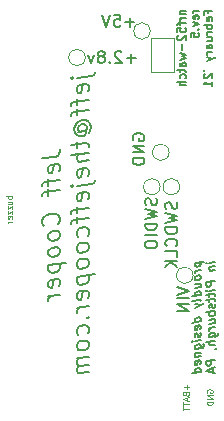
<source format=gbr>
%TF.GenerationSoftware,KiCad,Pcbnew,(5.99.0-8775-g06a515339c)*%
%TF.CreationDate,2021-02-12T19:12:04-05:00*%
%TF.ProjectId,mk2,6d6b322e-6b69-4636-9164-5f7063625858,rev?*%
%TF.SameCoordinates,Original*%
%TF.FileFunction,Legend,Bot*%
%TF.FilePolarity,Positive*%
%FSLAX46Y46*%
G04 Gerber Fmt 4.6, Leading zero omitted, Abs format (unit mm)*
G04 Created by KiCad (PCBNEW (5.99.0-8775-g06a515339c)) date 2021-02-12 19:12:04*
%MOMM*%
%LPD*%
G01*
G04 APERTURE LIST*
%ADD10C,0.175000*%
%ADD11C,0.150000*%
%ADD12C,0.125000*%
%ADD13C,0.187500*%
%ADD14C,0.200000*%
%ADD15C,0.120000*%
G04 APERTURE END LIST*
D10*
X31473000Y-13030416D02*
X31939666Y-13030416D01*
X31539666Y-13030416D02*
X31506333Y-13063750D01*
X31473000Y-13130416D01*
X31473000Y-13230416D01*
X31506333Y-13297083D01*
X31573000Y-13330416D01*
X31939666Y-13330416D01*
X31939666Y-13663750D02*
X31473000Y-13663750D01*
X31606333Y-13663750D02*
X31539666Y-13697083D01*
X31506333Y-13730416D01*
X31473000Y-13797083D01*
X31473000Y-13863750D01*
X31473000Y-13997083D02*
X31473000Y-14263750D01*
X31939666Y-14097083D02*
X31339666Y-14097083D01*
X31273000Y-14130416D01*
X31239666Y-14197083D01*
X31239666Y-14263750D01*
X31239666Y-14830416D02*
X31239666Y-14497083D01*
X31573000Y-14463750D01*
X31539666Y-14497083D01*
X31506333Y-14563750D01*
X31506333Y-14730416D01*
X31539666Y-14797083D01*
X31573000Y-14830416D01*
X31639666Y-14863750D01*
X31806333Y-14863750D01*
X31873000Y-14830416D01*
X31906333Y-14797083D01*
X31939666Y-14730416D01*
X31939666Y-14563750D01*
X31906333Y-14497083D01*
X31873000Y-14463750D01*
X31306333Y-15130416D02*
X31273000Y-15163750D01*
X31239666Y-15230416D01*
X31239666Y-15397083D01*
X31273000Y-15463750D01*
X31306333Y-15497083D01*
X31373000Y-15530416D01*
X31439666Y-15530416D01*
X31539666Y-15497083D01*
X31939666Y-15097083D01*
X31939666Y-15530416D01*
X31673000Y-15830416D02*
X31673000Y-16363750D01*
X31473000Y-16630416D02*
X31939666Y-16763750D01*
X31606333Y-16897083D01*
X31939666Y-17030416D01*
X31473000Y-17163750D01*
X31939666Y-17730416D02*
X31573000Y-17730416D01*
X31506333Y-17697083D01*
X31473000Y-17630416D01*
X31473000Y-17497083D01*
X31506333Y-17430416D01*
X31906333Y-17730416D02*
X31939666Y-17663750D01*
X31939666Y-17497083D01*
X31906333Y-17430416D01*
X31839666Y-17397083D01*
X31773000Y-17397083D01*
X31706333Y-17430416D01*
X31673000Y-17497083D01*
X31673000Y-17663750D01*
X31639666Y-17730416D01*
X31473000Y-17963750D02*
X31473000Y-18230416D01*
X31239666Y-18063750D02*
X31839666Y-18063750D01*
X31906333Y-18097083D01*
X31939666Y-18163750D01*
X31939666Y-18230416D01*
X31906333Y-18763750D02*
X31939666Y-18697083D01*
X31939666Y-18563750D01*
X31906333Y-18497083D01*
X31873000Y-18463750D01*
X31806333Y-18430416D01*
X31606333Y-18430416D01*
X31539666Y-18463750D01*
X31506333Y-18497083D01*
X31473000Y-18563750D01*
X31473000Y-18697083D01*
X31506333Y-18763750D01*
X31939666Y-19063750D02*
X31239666Y-19063750D01*
X31939666Y-19363750D02*
X31573000Y-19363750D01*
X31506333Y-19330416D01*
X31473000Y-19263750D01*
X31473000Y-19163750D01*
X31506333Y-19097083D01*
X31539666Y-19063750D01*
X33066666Y-13030416D02*
X32600000Y-13030416D01*
X32733333Y-13030416D02*
X32666666Y-13063750D01*
X32633333Y-13097083D01*
X32600000Y-13163750D01*
X32600000Y-13230416D01*
X33033333Y-13730416D02*
X33066666Y-13663750D01*
X33066666Y-13530416D01*
X33033333Y-13463750D01*
X32966666Y-13430416D01*
X32700000Y-13430416D01*
X32633333Y-13463750D01*
X32600000Y-13530416D01*
X32600000Y-13663750D01*
X32633333Y-13730416D01*
X32700000Y-13763750D01*
X32766666Y-13763750D01*
X32833333Y-13430416D01*
X32600000Y-13997083D02*
X33066666Y-14163750D01*
X32600000Y-14330416D01*
X33000000Y-14597083D02*
X33033333Y-14630416D01*
X33066666Y-14597083D01*
X33033333Y-14563750D01*
X33000000Y-14597083D01*
X33066666Y-14597083D01*
X32366666Y-15263750D02*
X32366666Y-14930416D01*
X32700000Y-14897083D01*
X32666666Y-14930416D01*
X32633333Y-14997083D01*
X32633333Y-15163750D01*
X32666666Y-15230416D01*
X32700000Y-15263750D01*
X32766666Y-15297083D01*
X32933333Y-15297083D01*
X33000000Y-15263750D01*
X33033333Y-15230416D01*
X33066666Y-15163750D01*
X33066666Y-14997083D01*
X33033333Y-14930416D01*
X33000000Y-14897083D01*
X33827000Y-13263750D02*
X33827000Y-13030416D01*
X34193666Y-13030416D02*
X33493666Y-13030416D01*
X33493666Y-13363750D01*
X34160333Y-13897083D02*
X34193666Y-13830416D01*
X34193666Y-13697083D01*
X34160333Y-13630416D01*
X34093666Y-13597083D01*
X33827000Y-13597083D01*
X33760333Y-13630416D01*
X33727000Y-13697083D01*
X33727000Y-13830416D01*
X33760333Y-13897083D01*
X33827000Y-13930416D01*
X33893666Y-13930416D01*
X33960333Y-13597083D01*
X34193666Y-14230416D02*
X33493666Y-14230416D01*
X33760333Y-14230416D02*
X33727000Y-14297083D01*
X33727000Y-14430416D01*
X33760333Y-14497083D01*
X33793666Y-14530416D01*
X33860333Y-14563750D01*
X34060333Y-14563750D01*
X34127000Y-14530416D01*
X34160333Y-14497083D01*
X34193666Y-14430416D01*
X34193666Y-14297083D01*
X34160333Y-14230416D01*
X34193666Y-14863750D02*
X33727000Y-14863750D01*
X33860333Y-14863750D02*
X33793666Y-14897083D01*
X33760333Y-14930416D01*
X33727000Y-14997083D01*
X33727000Y-15063750D01*
X33727000Y-15597083D02*
X34193666Y-15597083D01*
X33727000Y-15297083D02*
X34093666Y-15297083D01*
X34160333Y-15330416D01*
X34193666Y-15397083D01*
X34193666Y-15497083D01*
X34160333Y-15563750D01*
X34127000Y-15597083D01*
X34193666Y-16230416D02*
X33827000Y-16230416D01*
X33760333Y-16197083D01*
X33727000Y-16130416D01*
X33727000Y-15997083D01*
X33760333Y-15930416D01*
X34160333Y-16230416D02*
X34193666Y-16163750D01*
X34193666Y-15997083D01*
X34160333Y-15930416D01*
X34093666Y-15897083D01*
X34027000Y-15897083D01*
X33960333Y-15930416D01*
X33927000Y-15997083D01*
X33927000Y-16163750D01*
X33893666Y-16230416D01*
X34193666Y-16563750D02*
X33727000Y-16563750D01*
X33860333Y-16563750D02*
X33793666Y-16597083D01*
X33760333Y-16630416D01*
X33727000Y-16697083D01*
X33727000Y-16763750D01*
X33727000Y-16930416D02*
X34193666Y-17097083D01*
X33727000Y-17263750D02*
X34193666Y-17097083D01*
X34360333Y-17030416D01*
X34393666Y-16997083D01*
X34427000Y-16930416D01*
X33493666Y-18097083D02*
X33627000Y-18030416D01*
X33560333Y-18363750D02*
X33527000Y-18397083D01*
X33493666Y-18463750D01*
X33493666Y-18630416D01*
X33527000Y-18697083D01*
X33560333Y-18730416D01*
X33627000Y-18763750D01*
X33693666Y-18763750D01*
X33793666Y-18730416D01*
X34193666Y-18330416D01*
X34193666Y-18763750D01*
X34193666Y-19430416D02*
X34193666Y-19030416D01*
X34193666Y-19230416D02*
X33493666Y-19230416D01*
X33593666Y-19163750D01*
X33660333Y-19097083D01*
X33693666Y-19030416D01*
D11*
X27702380Y-17071428D02*
X26940476Y-17071428D01*
X27321428Y-17452380D02*
X27321428Y-16690476D01*
X26511904Y-16547619D02*
X26464285Y-16500000D01*
X26369047Y-16452380D01*
X26130952Y-16452380D01*
X26035714Y-16500000D01*
X25988095Y-16547619D01*
X25940476Y-16642857D01*
X25940476Y-16738095D01*
X25988095Y-16880952D01*
X26559523Y-17452380D01*
X25940476Y-17452380D01*
X25511904Y-17357142D02*
X25464285Y-17404761D01*
X25511904Y-17452380D01*
X25559523Y-17404761D01*
X25511904Y-17357142D01*
X25511904Y-17452380D01*
X24892857Y-16880952D02*
X24988095Y-16833333D01*
X25035714Y-16785714D01*
X25083333Y-16690476D01*
X25083333Y-16642857D01*
X25035714Y-16547619D01*
X24988095Y-16500000D01*
X24892857Y-16452380D01*
X24702380Y-16452380D01*
X24607142Y-16500000D01*
X24559523Y-16547619D01*
X24511904Y-16642857D01*
X24511904Y-16690476D01*
X24559523Y-16785714D01*
X24607142Y-16833333D01*
X24702380Y-16880952D01*
X24892857Y-16880952D01*
X24988095Y-16928571D01*
X25035714Y-16976190D01*
X25083333Y-17071428D01*
X25083333Y-17261904D01*
X25035714Y-17357142D01*
X24988095Y-17404761D01*
X24892857Y-17452380D01*
X24702380Y-17452380D01*
X24607142Y-17404761D01*
X24559523Y-17357142D01*
X24511904Y-17261904D01*
X24511904Y-17071428D01*
X24559523Y-16976190D01*
X24607142Y-16928571D01*
X24702380Y-16880952D01*
X24178571Y-16785714D02*
X23940476Y-17452380D01*
X23702380Y-16785714D01*
X27600114Y-13990628D02*
X26838209Y-13990628D01*
X27219161Y-14371580D02*
X27219161Y-13609676D01*
X25885828Y-13371580D02*
X26362019Y-13371580D01*
X26409638Y-13847771D01*
X26362019Y-13800152D01*
X26266780Y-13752533D01*
X26028685Y-13752533D01*
X25933447Y-13800152D01*
X25885828Y-13847771D01*
X25838209Y-13943009D01*
X25838209Y-14181104D01*
X25885828Y-14276342D01*
X25933447Y-14323961D01*
X26028685Y-14371580D01*
X26266780Y-14371580D01*
X26362019Y-14323961D01*
X26409638Y-14276342D01*
X25552495Y-13371580D02*
X25219161Y-14371580D01*
X24885828Y-13371580D01*
D12*
X17244190Y-28737857D02*
X16744190Y-28737857D01*
X16934666Y-28737857D02*
X16910857Y-28785476D01*
X16910857Y-28880714D01*
X16934666Y-28928333D01*
X16958476Y-28952142D01*
X17006095Y-28975952D01*
X17148952Y-28975952D01*
X17196571Y-28952142D01*
X17220380Y-28928333D01*
X17244190Y-28880714D01*
X17244190Y-28785476D01*
X17220380Y-28737857D01*
X16910857Y-29404523D02*
X17244190Y-29404523D01*
X16910857Y-29190238D02*
X17172761Y-29190238D01*
X17220380Y-29214047D01*
X17244190Y-29261666D01*
X17244190Y-29333095D01*
X17220380Y-29380714D01*
X17196571Y-29404523D01*
X16910857Y-29595000D02*
X16910857Y-29856904D01*
X17244190Y-29595000D01*
X17244190Y-29856904D01*
X16910857Y-29999761D02*
X16910857Y-30261666D01*
X17244190Y-29999761D01*
X17244190Y-30261666D01*
X17220380Y-30642619D02*
X17244190Y-30595000D01*
X17244190Y-30499761D01*
X17220380Y-30452142D01*
X17172761Y-30428333D01*
X16982285Y-30428333D01*
X16934666Y-30452142D01*
X16910857Y-30499761D01*
X16910857Y-30595000D01*
X16934666Y-30642619D01*
X16982285Y-30666428D01*
X17029904Y-30666428D01*
X17077523Y-30428333D01*
X17244190Y-30880714D02*
X16910857Y-30880714D01*
X17006095Y-30880714D02*
X16958476Y-30904523D01*
X16934666Y-30928333D01*
X16910857Y-30975952D01*
X16910857Y-31023571D01*
D11*
X31253180Y-36395161D02*
X32253180Y-36728495D01*
X31253180Y-37061828D01*
X32253180Y-37395161D02*
X31253180Y-37395161D01*
X32253180Y-37871352D02*
X31253180Y-37871352D01*
X32253180Y-38442780D01*
X31253180Y-38442780D01*
X27500000Y-23988095D02*
X27452380Y-23892857D01*
X27452380Y-23750000D01*
X27500000Y-23607142D01*
X27595238Y-23511904D01*
X27690476Y-23464285D01*
X27880952Y-23416666D01*
X28023809Y-23416666D01*
X28214285Y-23464285D01*
X28309523Y-23511904D01*
X28404761Y-23607142D01*
X28452380Y-23750000D01*
X28452380Y-23845238D01*
X28404761Y-23988095D01*
X28357142Y-24035714D01*
X28023809Y-24035714D01*
X28023809Y-23845238D01*
X28452380Y-24464285D02*
X27452380Y-24464285D01*
X28452380Y-25035714D01*
X27452380Y-25035714D01*
X28452380Y-25511904D02*
X27452380Y-25511904D01*
X27452380Y-25750000D01*
X27500000Y-25892857D01*
X27595238Y-25988095D01*
X27690476Y-26035714D01*
X27880952Y-26083333D01*
X28023809Y-26083333D01*
X28214285Y-26035714D01*
X28309523Y-25988095D01*
X28404761Y-25892857D01*
X28452380Y-25750000D01*
X28452380Y-25511904D01*
D13*
X32735535Y-34367410D02*
X33485535Y-34273660D01*
X32771250Y-34362946D02*
X32735535Y-34438839D01*
X32735535Y-34581696D01*
X32771250Y-34648660D01*
X32806964Y-34679910D01*
X32878392Y-34706696D01*
X33092678Y-34679910D01*
X33164107Y-34635267D01*
X33199821Y-34595089D01*
X33235535Y-34519196D01*
X33235535Y-34376339D01*
X33199821Y-34309375D01*
X33235535Y-34983482D02*
X32735535Y-35045982D01*
X32878392Y-35028125D02*
X32806964Y-35072767D01*
X32771250Y-35112946D01*
X32735535Y-35188839D01*
X32735535Y-35260267D01*
X33235535Y-35554910D02*
X33199821Y-35487946D01*
X33164107Y-35456696D01*
X33092678Y-35429910D01*
X32878392Y-35456696D01*
X32806964Y-35501339D01*
X32771250Y-35541517D01*
X32735535Y-35617410D01*
X32735535Y-35724553D01*
X32771250Y-35791517D01*
X32806964Y-35822767D01*
X32878392Y-35849553D01*
X33092678Y-35822767D01*
X33164107Y-35778125D01*
X33199821Y-35737946D01*
X33235535Y-35662053D01*
X33235535Y-35554910D01*
X32735535Y-36510267D02*
X33235535Y-36447767D01*
X32735535Y-36188839D02*
X33128392Y-36139732D01*
X33199821Y-36166517D01*
X33235535Y-36233482D01*
X33235535Y-36340625D01*
X33199821Y-36416517D01*
X33164107Y-36456696D01*
X33235535Y-37126339D02*
X32485535Y-37220089D01*
X33199821Y-37130803D02*
X33235535Y-37054910D01*
X33235535Y-36912053D01*
X33199821Y-36845089D01*
X33164107Y-36813839D01*
X33092678Y-36787053D01*
X32878392Y-36813839D01*
X32806964Y-36858482D01*
X32771250Y-36898660D01*
X32735535Y-36974553D01*
X32735535Y-37117410D01*
X32771250Y-37184375D01*
X33235535Y-37590625D02*
X33199821Y-37523660D01*
X33128392Y-37496875D01*
X32485535Y-37577232D01*
X32735535Y-37867410D02*
X33235535Y-37983482D01*
X32735535Y-38224553D02*
X33235535Y-37983482D01*
X33414107Y-37889732D01*
X33449821Y-37849553D01*
X33485535Y-37773660D01*
X33235535Y-39340625D02*
X32485535Y-39434375D01*
X33199821Y-39345089D02*
X33235535Y-39269196D01*
X33235535Y-39126339D01*
X33199821Y-39059375D01*
X33164107Y-39028125D01*
X33092678Y-39001339D01*
X32878392Y-39028125D01*
X32806964Y-39072767D01*
X32771250Y-39112946D01*
X32735535Y-39188839D01*
X32735535Y-39331696D01*
X32771250Y-39398660D01*
X33199821Y-39987946D02*
X33235535Y-39912053D01*
X33235535Y-39769196D01*
X33199821Y-39702232D01*
X33128392Y-39675446D01*
X32842678Y-39711160D01*
X32771250Y-39755803D01*
X32735535Y-39831696D01*
X32735535Y-39974553D01*
X32771250Y-40041517D01*
X32842678Y-40068303D01*
X32914107Y-40059375D01*
X32985535Y-39693303D01*
X33199821Y-40309375D02*
X33235535Y-40376339D01*
X33235535Y-40519196D01*
X33199821Y-40595089D01*
X33128392Y-40639732D01*
X33092678Y-40644196D01*
X33021250Y-40617410D01*
X32985535Y-40550446D01*
X32985535Y-40443303D01*
X32949821Y-40376339D01*
X32878392Y-40349553D01*
X32842678Y-40354017D01*
X32771250Y-40398660D01*
X32735535Y-40474553D01*
X32735535Y-40581696D01*
X32771250Y-40648660D01*
X33235535Y-40947767D02*
X32735535Y-41010267D01*
X32485535Y-41041517D02*
X32521250Y-41001339D01*
X32556964Y-41032589D01*
X32521250Y-41072767D01*
X32485535Y-41041517D01*
X32556964Y-41032589D01*
X32735535Y-41688839D02*
X33342678Y-41612946D01*
X33414107Y-41568303D01*
X33449821Y-41528125D01*
X33485535Y-41452232D01*
X33485535Y-41345089D01*
X33449821Y-41278125D01*
X33199821Y-41630803D02*
X33235535Y-41554910D01*
X33235535Y-41412053D01*
X33199821Y-41345089D01*
X33164107Y-41313839D01*
X33092678Y-41287053D01*
X32878392Y-41313839D01*
X32806964Y-41358482D01*
X32771250Y-41398660D01*
X32735535Y-41474553D01*
X32735535Y-41617410D01*
X32771250Y-41684375D01*
X32735535Y-42045982D02*
X33235535Y-41983482D01*
X32806964Y-42037053D02*
X32771250Y-42077232D01*
X32735535Y-42153125D01*
X32735535Y-42260267D01*
X32771250Y-42327232D01*
X32842678Y-42354017D01*
X33235535Y-42304910D01*
X33199821Y-42952232D02*
X33235535Y-42876339D01*
X33235535Y-42733482D01*
X33199821Y-42666517D01*
X33128392Y-42639732D01*
X32842678Y-42675446D01*
X32771250Y-42720089D01*
X32735535Y-42795982D01*
X32735535Y-42938839D01*
X32771250Y-43005803D01*
X32842678Y-43032589D01*
X32914107Y-43023660D01*
X32985535Y-42657589D01*
X33235535Y-43626339D02*
X32485535Y-43720089D01*
X33199821Y-43630803D02*
X33235535Y-43554910D01*
X33235535Y-43412053D01*
X33199821Y-43345089D01*
X33164107Y-43313839D01*
X33092678Y-43287053D01*
X32878392Y-43313839D01*
X32806964Y-43358482D01*
X32771250Y-43398660D01*
X32735535Y-43474553D01*
X32735535Y-43617410D01*
X32771250Y-43684375D01*
X34443035Y-34304910D02*
X33943035Y-34367410D01*
X33693035Y-34398660D02*
X33728750Y-34358482D01*
X33764464Y-34389732D01*
X33728750Y-34429910D01*
X33693035Y-34398660D01*
X33764464Y-34389732D01*
X33943035Y-34724553D02*
X34443035Y-34662053D01*
X34014464Y-34715625D02*
X33978750Y-34755803D01*
X33943035Y-34831696D01*
X33943035Y-34938839D01*
X33978750Y-35005803D01*
X34050178Y-35032589D01*
X34443035Y-34983482D01*
X34443035Y-35912053D02*
X33693035Y-36005803D01*
X33693035Y-36291517D01*
X33728750Y-36358482D01*
X33764464Y-36389732D01*
X33835892Y-36416517D01*
X33943035Y-36403125D01*
X34014464Y-36358482D01*
X34050178Y-36318303D01*
X34085892Y-36242410D01*
X34085892Y-35956696D01*
X34443035Y-36662053D02*
X33943035Y-36724553D01*
X33693035Y-36755803D02*
X33728750Y-36715625D01*
X33764464Y-36746875D01*
X33728750Y-36787053D01*
X33693035Y-36755803D01*
X33764464Y-36746875D01*
X33943035Y-36974553D02*
X33943035Y-37260267D01*
X33693035Y-37112946D02*
X34335892Y-37032589D01*
X34407321Y-37059375D01*
X34443035Y-37126339D01*
X34443035Y-37197767D01*
X33943035Y-37403125D02*
X33943035Y-37688839D01*
X33693035Y-37541517D02*
X34335892Y-37461160D01*
X34407321Y-37487946D01*
X34443035Y-37554910D01*
X34443035Y-37626339D01*
X34407321Y-37845089D02*
X34443035Y-37912053D01*
X34443035Y-38054910D01*
X34407321Y-38130803D01*
X34335892Y-38175446D01*
X34300178Y-38179910D01*
X34228750Y-38153125D01*
X34193035Y-38086160D01*
X34193035Y-37979017D01*
X34157321Y-37912053D01*
X34085892Y-37885267D01*
X34050178Y-37889732D01*
X33978750Y-37934375D01*
X33943035Y-38010267D01*
X33943035Y-38117410D01*
X33978750Y-38184375D01*
X34443035Y-38483482D02*
X33693035Y-38577232D01*
X33978750Y-38541517D02*
X33943035Y-38617410D01*
X33943035Y-38760267D01*
X33978750Y-38827232D01*
X34014464Y-38858482D01*
X34085892Y-38885267D01*
X34300178Y-38858482D01*
X34371607Y-38813839D01*
X34407321Y-38773660D01*
X34443035Y-38697767D01*
X34443035Y-38554910D01*
X34407321Y-38487946D01*
X33943035Y-39545982D02*
X34443035Y-39483482D01*
X33943035Y-39224553D02*
X34335892Y-39175446D01*
X34407321Y-39202232D01*
X34443035Y-39269196D01*
X34443035Y-39376339D01*
X34407321Y-39452232D01*
X34371607Y-39492410D01*
X34443035Y-39840625D02*
X33943035Y-39903125D01*
X34085892Y-39885267D02*
X34014464Y-39929910D01*
X33978750Y-39970089D01*
X33943035Y-40045982D01*
X33943035Y-40117410D01*
X33943035Y-40688839D02*
X34550178Y-40612946D01*
X34621607Y-40568303D01*
X34657321Y-40528125D01*
X34693035Y-40452232D01*
X34693035Y-40345089D01*
X34657321Y-40278125D01*
X34407321Y-40630803D02*
X34443035Y-40554910D01*
X34443035Y-40412053D01*
X34407321Y-40345089D01*
X34371607Y-40313839D01*
X34300178Y-40287053D01*
X34085892Y-40313839D01*
X34014464Y-40358482D01*
X33978750Y-40398660D01*
X33943035Y-40474553D01*
X33943035Y-40617410D01*
X33978750Y-40684375D01*
X34443035Y-40983482D02*
X33693035Y-41077232D01*
X34443035Y-41304910D02*
X34050178Y-41354017D01*
X33978750Y-41327232D01*
X33943035Y-41260267D01*
X33943035Y-41153125D01*
X33978750Y-41077232D01*
X34014464Y-41037053D01*
X34407321Y-41702232D02*
X34443035Y-41697767D01*
X34514464Y-41653125D01*
X34550178Y-41612946D01*
X34443035Y-42590625D02*
X33693035Y-42684375D01*
X33693035Y-42970089D01*
X33728750Y-43037053D01*
X33764464Y-43068303D01*
X33835892Y-43095089D01*
X33943035Y-43081696D01*
X34014464Y-43037053D01*
X34050178Y-42996875D01*
X34085892Y-42920982D01*
X34085892Y-42635267D01*
X34228750Y-43331696D02*
X34228750Y-43688839D01*
X34443035Y-43233482D02*
X33693035Y-43577232D01*
X34443035Y-43733482D01*
D12*
X32035714Y-44714285D02*
X32035714Y-45095238D01*
X32226190Y-44904761D02*
X31845238Y-44904761D01*
X31964285Y-45500000D02*
X31988095Y-45571428D01*
X32011904Y-45595238D01*
X32059523Y-45619047D01*
X32130952Y-45619047D01*
X32178571Y-45595238D01*
X32202380Y-45571428D01*
X32226190Y-45523809D01*
X32226190Y-45333333D01*
X31726190Y-45333333D01*
X31726190Y-45500000D01*
X31750000Y-45547619D01*
X31773809Y-45571428D01*
X31821428Y-45595238D01*
X31869047Y-45595238D01*
X31916666Y-45571428D01*
X31940476Y-45547619D01*
X31964285Y-45500000D01*
X31964285Y-45333333D01*
X32083333Y-45809523D02*
X32083333Y-46047619D01*
X32226190Y-45761904D02*
X31726190Y-45928571D01*
X32226190Y-46095238D01*
X31726190Y-46190476D02*
X31726190Y-46476190D01*
X32226190Y-46333333D02*
X31726190Y-46333333D01*
X31726190Y-46571428D02*
X31726190Y-46857142D01*
X32226190Y-46714285D02*
X31726190Y-46714285D01*
D11*
X31189561Y-29242095D02*
X31237180Y-29384952D01*
X31237180Y-29623047D01*
X31189561Y-29718285D01*
X31141942Y-29765904D01*
X31046704Y-29813523D01*
X30951466Y-29813523D01*
X30856228Y-29765904D01*
X30808609Y-29718285D01*
X30760990Y-29623047D01*
X30713371Y-29432571D01*
X30665752Y-29337333D01*
X30618133Y-29289714D01*
X30522895Y-29242095D01*
X30427657Y-29242095D01*
X30332419Y-29289714D01*
X30284800Y-29337333D01*
X30237180Y-29432571D01*
X30237180Y-29670666D01*
X30284800Y-29813523D01*
X30237180Y-30146857D02*
X31237180Y-30384952D01*
X30522895Y-30575428D01*
X31237180Y-30765904D01*
X30237180Y-31004000D01*
X31237180Y-31384952D02*
X30237180Y-31384952D01*
X30237180Y-31623047D01*
X30284800Y-31765904D01*
X30380038Y-31861142D01*
X30475276Y-31908761D01*
X30665752Y-31956380D01*
X30808609Y-31956380D01*
X30999085Y-31908761D01*
X31094323Y-31861142D01*
X31189561Y-31765904D01*
X31237180Y-31623047D01*
X31237180Y-31384952D01*
X31141942Y-32956380D02*
X31189561Y-32908761D01*
X31237180Y-32765904D01*
X31237180Y-32670666D01*
X31189561Y-32527809D01*
X31094323Y-32432571D01*
X30999085Y-32384952D01*
X30808609Y-32337333D01*
X30665752Y-32337333D01*
X30475276Y-32384952D01*
X30380038Y-32432571D01*
X30284800Y-32527809D01*
X30237180Y-32670666D01*
X30237180Y-32765904D01*
X30284800Y-32908761D01*
X30332419Y-32956380D01*
X31237180Y-33861142D02*
X31237180Y-33384952D01*
X30237180Y-33384952D01*
X31237180Y-34194476D02*
X30237180Y-34194476D01*
X31237180Y-34765904D02*
X30665752Y-34337333D01*
X30237180Y-34765904D02*
X30808609Y-34194476D01*
X29462361Y-28919752D02*
X29509980Y-29062609D01*
X29509980Y-29300704D01*
X29462361Y-29395942D01*
X29414742Y-29443561D01*
X29319504Y-29491180D01*
X29224266Y-29491180D01*
X29129028Y-29443561D01*
X29081409Y-29395942D01*
X29033790Y-29300704D01*
X28986171Y-29110228D01*
X28938552Y-29014990D01*
X28890933Y-28967371D01*
X28795695Y-28919752D01*
X28700457Y-28919752D01*
X28605219Y-28967371D01*
X28557600Y-29014990D01*
X28509980Y-29110228D01*
X28509980Y-29348323D01*
X28557600Y-29491180D01*
X28509980Y-29824514D02*
X29509980Y-30062609D01*
X28795695Y-30253085D01*
X29509980Y-30443561D01*
X28509980Y-30681657D01*
X29509980Y-31062609D02*
X28509980Y-31062609D01*
X28509980Y-31300704D01*
X28557600Y-31443561D01*
X28652838Y-31538800D01*
X28748076Y-31586419D01*
X28938552Y-31634038D01*
X29081409Y-31634038D01*
X29271885Y-31586419D01*
X29367123Y-31538800D01*
X29462361Y-31443561D01*
X29509980Y-31300704D01*
X29509980Y-31062609D01*
X29509980Y-32062609D02*
X28509980Y-32062609D01*
X28509980Y-32729276D02*
X28509980Y-32919752D01*
X28557600Y-33014990D01*
X28652838Y-33110228D01*
X28843314Y-33157847D01*
X29176647Y-33157847D01*
X29367123Y-33110228D01*
X29462361Y-33014990D01*
X29509980Y-32919752D01*
X29509980Y-32729276D01*
X29462361Y-32634038D01*
X29367123Y-32538800D01*
X29176647Y-32491180D01*
X28843314Y-32491180D01*
X28652838Y-32538800D01*
X28557600Y-32634038D01*
X28509980Y-32729276D01*
D14*
X19815071Y-25537491D02*
X20886500Y-25403562D01*
X21100785Y-25305348D01*
X21243642Y-25144633D01*
X21315071Y-24921419D01*
X21315071Y-24778562D01*
X21243642Y-26644633D02*
X21315071Y-26492848D01*
X21315071Y-26207133D01*
X21243642Y-26073205D01*
X21100785Y-26019633D01*
X20529357Y-26091062D01*
X20386500Y-26180348D01*
X20315071Y-26332133D01*
X20315071Y-26617848D01*
X20386500Y-26751776D01*
X20529357Y-26805348D01*
X20672214Y-26787491D01*
X20815071Y-26055348D01*
X20315071Y-27260705D02*
X20315071Y-27832133D01*
X21315071Y-27349991D02*
X20029357Y-27510705D01*
X19886500Y-27599991D01*
X19815071Y-27751776D01*
X19815071Y-27894633D01*
X20315071Y-28117848D02*
X20315071Y-28689276D01*
X21315071Y-28207133D02*
X20029357Y-28367848D01*
X19886500Y-28457133D01*
X19815071Y-28608919D01*
X19815071Y-28751776D01*
X21172214Y-31082133D02*
X21243642Y-31001776D01*
X21315071Y-30778562D01*
X21315071Y-30635705D01*
X21243642Y-30430348D01*
X21100785Y-30305348D01*
X20957928Y-30251776D01*
X20672214Y-30216062D01*
X20457928Y-30242848D01*
X20172214Y-30349991D01*
X20029357Y-30439276D01*
X19886500Y-30599991D01*
X19815071Y-30823205D01*
X19815071Y-30966062D01*
X19886500Y-31171419D01*
X19957928Y-31233919D01*
X21315071Y-31921419D02*
X21243642Y-31787491D01*
X21172214Y-31724991D01*
X21029357Y-31671419D01*
X20600785Y-31724991D01*
X20457928Y-31814276D01*
X20386500Y-31894633D01*
X20315071Y-32046419D01*
X20315071Y-32260705D01*
X20386500Y-32394633D01*
X20457928Y-32457133D01*
X20600785Y-32510705D01*
X21029357Y-32457133D01*
X21172214Y-32367848D01*
X21243642Y-32287491D01*
X21315071Y-32135705D01*
X21315071Y-31921419D01*
X21315071Y-33278562D02*
X21243642Y-33144633D01*
X21172214Y-33082133D01*
X21029357Y-33028562D01*
X20600785Y-33082133D01*
X20457928Y-33171419D01*
X20386500Y-33251776D01*
X20315071Y-33403562D01*
X20315071Y-33617848D01*
X20386500Y-33751776D01*
X20457928Y-33814276D01*
X20600785Y-33867848D01*
X21029357Y-33814276D01*
X21172214Y-33724991D01*
X21243642Y-33644633D01*
X21315071Y-33492848D01*
X21315071Y-33278562D01*
X20315071Y-34546419D02*
X21815071Y-34358919D01*
X20386500Y-34537491D02*
X20315071Y-34689276D01*
X20315071Y-34974991D01*
X20386500Y-35108919D01*
X20457928Y-35171419D01*
X20600785Y-35224991D01*
X21029357Y-35171419D01*
X21172214Y-35082133D01*
X21243642Y-35001776D01*
X21315071Y-34849991D01*
X21315071Y-34564276D01*
X21243642Y-34430348D01*
X21243642Y-36358919D02*
X21315071Y-36207133D01*
X21315071Y-35921419D01*
X21243642Y-35787491D01*
X21100785Y-35733919D01*
X20529357Y-35805348D01*
X20386500Y-35894633D01*
X20315071Y-36046419D01*
X20315071Y-36332133D01*
X20386500Y-36466062D01*
X20529357Y-36519633D01*
X20672214Y-36501776D01*
X20815071Y-35769633D01*
X21315071Y-37064276D02*
X20315071Y-37189276D01*
X20600785Y-37153562D02*
X20457928Y-37242848D01*
X20386500Y-37323205D01*
X20315071Y-37474991D01*
X20315071Y-37617848D01*
X22730071Y-18689276D02*
X24015785Y-18528562D01*
X24158642Y-18439276D01*
X24230071Y-18287491D01*
X24230071Y-18216062D01*
X22230071Y-18751776D02*
X22301500Y-18671419D01*
X22372928Y-18733919D01*
X22301500Y-18814276D01*
X22230071Y-18751776D01*
X22372928Y-18733919D01*
X23658642Y-19858919D02*
X23730071Y-19707133D01*
X23730071Y-19421419D01*
X23658642Y-19287491D01*
X23515785Y-19233919D01*
X22944357Y-19305348D01*
X22801500Y-19394633D01*
X22730071Y-19546419D01*
X22730071Y-19832133D01*
X22801500Y-19966062D01*
X22944357Y-20019633D01*
X23087214Y-20001776D01*
X23230071Y-19269633D01*
X22730071Y-20474991D02*
X22730071Y-21046419D01*
X23730071Y-20564276D02*
X22444357Y-20724991D01*
X22301500Y-20814276D01*
X22230071Y-20966062D01*
X22230071Y-21108919D01*
X22730071Y-21332133D02*
X22730071Y-21903562D01*
X23730071Y-21421419D02*
X22444357Y-21582133D01*
X22301500Y-21671419D01*
X22230071Y-21823205D01*
X22230071Y-21966062D01*
X23015785Y-23296419D02*
X22944357Y-23233919D01*
X22872928Y-23099991D01*
X22872928Y-22957133D01*
X22944357Y-22805348D01*
X23015785Y-22724991D01*
X23158642Y-22635705D01*
X23301500Y-22617848D01*
X23444357Y-22671419D01*
X23515785Y-22733919D01*
X23587214Y-22867848D01*
X23587214Y-23010705D01*
X23515785Y-23162491D01*
X23444357Y-23242848D01*
X22872928Y-23314276D02*
X23444357Y-23242848D01*
X23515785Y-23305348D01*
X23515785Y-23376776D01*
X23444357Y-23528562D01*
X23301500Y-23617848D01*
X22944357Y-23662491D01*
X22730071Y-23546419D01*
X22587214Y-23349991D01*
X22515785Y-23073205D01*
X22587214Y-22778562D01*
X22730071Y-22546419D01*
X22944357Y-22376776D01*
X23230071Y-22269633D01*
X23515785Y-22305348D01*
X23730071Y-22421419D01*
X23872928Y-22617848D01*
X23944357Y-22894633D01*
X23872928Y-23189276D01*
X23730071Y-23421419D01*
X22730071Y-24117848D02*
X22730071Y-24689276D01*
X22230071Y-24394633D02*
X23515785Y-24233919D01*
X23658642Y-24287491D01*
X23730071Y-24421419D01*
X23730071Y-24564276D01*
X23730071Y-25064276D02*
X22230071Y-25251776D01*
X23730071Y-25707133D02*
X22944357Y-25805348D01*
X22801500Y-25751776D01*
X22730071Y-25617848D01*
X22730071Y-25403562D01*
X22801500Y-25251776D01*
X22872928Y-25171419D01*
X23658642Y-27001776D02*
X23730071Y-26849991D01*
X23730071Y-26564276D01*
X23658642Y-26430348D01*
X23515785Y-26376776D01*
X22944357Y-26448205D01*
X22801500Y-26537491D01*
X22730071Y-26689276D01*
X22730071Y-26974991D01*
X22801500Y-27108919D01*
X22944357Y-27162491D01*
X23087214Y-27144633D01*
X23230071Y-26412491D01*
X22730071Y-27832133D02*
X24015785Y-27671419D01*
X24158642Y-27582133D01*
X24230071Y-27430348D01*
X24230071Y-27358919D01*
X22230071Y-27894633D02*
X22301500Y-27814276D01*
X22372928Y-27876776D01*
X22301500Y-27957133D01*
X22230071Y-27894633D01*
X22372928Y-27876776D01*
X23658642Y-29001776D02*
X23730071Y-28849991D01*
X23730071Y-28564276D01*
X23658642Y-28430348D01*
X23515785Y-28376776D01*
X22944357Y-28448205D01*
X22801500Y-28537491D01*
X22730071Y-28689276D01*
X22730071Y-28974991D01*
X22801500Y-29108919D01*
X22944357Y-29162491D01*
X23087214Y-29144633D01*
X23230071Y-28412491D01*
X22730071Y-29617848D02*
X22730071Y-30189276D01*
X23730071Y-29707133D02*
X22444357Y-29867848D01*
X22301500Y-29957133D01*
X22230071Y-30108919D01*
X22230071Y-30251776D01*
X22730071Y-30474991D02*
X22730071Y-31046419D01*
X23730071Y-30564276D02*
X22444357Y-30724991D01*
X22301500Y-30814276D01*
X22230071Y-30966062D01*
X22230071Y-31108919D01*
X23658642Y-32073205D02*
X23730071Y-31921419D01*
X23730071Y-31635705D01*
X23658642Y-31501776D01*
X23587214Y-31439276D01*
X23444357Y-31385705D01*
X23015785Y-31439276D01*
X22872928Y-31528562D01*
X22801500Y-31608919D01*
X22730071Y-31760705D01*
X22730071Y-32046419D01*
X22801500Y-32180348D01*
X23730071Y-32921419D02*
X23658642Y-32787491D01*
X23587214Y-32724991D01*
X23444357Y-32671419D01*
X23015785Y-32724991D01*
X22872928Y-32814276D01*
X22801500Y-32894633D01*
X22730071Y-33046419D01*
X22730071Y-33260705D01*
X22801500Y-33394633D01*
X22872928Y-33457133D01*
X23015785Y-33510705D01*
X23444357Y-33457133D01*
X23587214Y-33367848D01*
X23658642Y-33287491D01*
X23730071Y-33135705D01*
X23730071Y-32921419D01*
X23730071Y-34278562D02*
X23658642Y-34144633D01*
X23587214Y-34082133D01*
X23444357Y-34028562D01*
X23015785Y-34082133D01*
X22872928Y-34171419D01*
X22801500Y-34251776D01*
X22730071Y-34403562D01*
X22730071Y-34617848D01*
X22801500Y-34751776D01*
X22872928Y-34814276D01*
X23015785Y-34867848D01*
X23444357Y-34814276D01*
X23587214Y-34724991D01*
X23658642Y-34644633D01*
X23730071Y-34492848D01*
X23730071Y-34278562D01*
X22730071Y-35546419D02*
X24230071Y-35358919D01*
X22801500Y-35537491D02*
X22730071Y-35689276D01*
X22730071Y-35974991D01*
X22801500Y-36108919D01*
X22872928Y-36171419D01*
X23015785Y-36224991D01*
X23444357Y-36171419D01*
X23587214Y-36082133D01*
X23658642Y-36001776D01*
X23730071Y-35849991D01*
X23730071Y-35564276D01*
X23658642Y-35430348D01*
X23658642Y-37358919D02*
X23730071Y-37207133D01*
X23730071Y-36921419D01*
X23658642Y-36787491D01*
X23515785Y-36733919D01*
X22944357Y-36805348D01*
X22801500Y-36894633D01*
X22730071Y-37046419D01*
X22730071Y-37332133D01*
X22801500Y-37466062D01*
X22944357Y-37519633D01*
X23087214Y-37501776D01*
X23230071Y-36769633D01*
X23730071Y-38064276D02*
X22730071Y-38189276D01*
X23015785Y-38153562D02*
X22872928Y-38242848D01*
X22801500Y-38323205D01*
X22730071Y-38474991D01*
X22730071Y-38617848D01*
X23587214Y-39010705D02*
X23658642Y-39073205D01*
X23730071Y-38992848D01*
X23658642Y-38930348D01*
X23587214Y-39010705D01*
X23730071Y-38992848D01*
X23658642Y-40358919D02*
X23730071Y-40207133D01*
X23730071Y-39921419D01*
X23658642Y-39787491D01*
X23587214Y-39724991D01*
X23444357Y-39671419D01*
X23015785Y-39724991D01*
X22872928Y-39814276D01*
X22801500Y-39894633D01*
X22730071Y-40046419D01*
X22730071Y-40332133D01*
X22801500Y-40466062D01*
X23730071Y-41207133D02*
X23658642Y-41073205D01*
X23587214Y-41010705D01*
X23444357Y-40957133D01*
X23015785Y-41010705D01*
X22872928Y-41099991D01*
X22801500Y-41180348D01*
X22730071Y-41332133D01*
X22730071Y-41546419D01*
X22801500Y-41680348D01*
X22872928Y-41742848D01*
X23015785Y-41796419D01*
X23444357Y-41742848D01*
X23587214Y-41653562D01*
X23658642Y-41573205D01*
X23730071Y-41421419D01*
X23730071Y-41207133D01*
X23730071Y-42349991D02*
X22730071Y-42474991D01*
X22872928Y-42457133D02*
X22801500Y-42537491D01*
X22730071Y-42689276D01*
X22730071Y-42903562D01*
X22801500Y-43037491D01*
X22944357Y-43091062D01*
X23730071Y-42992848D01*
X22944357Y-43091062D02*
X22801500Y-43180348D01*
X22730071Y-43332133D01*
X22730071Y-43546419D01*
X22801500Y-43680348D01*
X22944357Y-43733919D01*
X23730071Y-43635705D01*
D12*
X33750000Y-45369047D02*
X33726190Y-45321428D01*
X33726190Y-45250000D01*
X33750000Y-45178571D01*
X33797619Y-45130952D01*
X33845238Y-45107142D01*
X33940476Y-45083333D01*
X34011904Y-45083333D01*
X34107142Y-45107142D01*
X34154761Y-45130952D01*
X34202380Y-45178571D01*
X34226190Y-45250000D01*
X34226190Y-45297619D01*
X34202380Y-45369047D01*
X34178571Y-45392857D01*
X34011904Y-45392857D01*
X34011904Y-45297619D01*
X34226190Y-45607142D02*
X33726190Y-45607142D01*
X34226190Y-45892857D01*
X33726190Y-45892857D01*
X34226190Y-46130952D02*
X33726190Y-46130952D01*
X33726190Y-46250000D01*
X33750000Y-46321428D01*
X33797619Y-46369047D01*
X33845238Y-46392857D01*
X33940476Y-46416666D01*
X34011904Y-46416666D01*
X34107142Y-46392857D01*
X34154761Y-46369047D01*
X34202380Y-46321428D01*
X34226190Y-46250000D01*
X34226190Y-46130952D01*
D15*
%TO.C,TP5*%
X32577000Y-35433000D02*
G75*
G03*
X32577000Y-35433000I-700000J0D01*
G01*
%TO.C,TP1*%
X30545000Y-25019000D02*
G75*
G03*
X30545000Y-25019000I-700000J0D01*
G01*
%TO.C,TP3*%
X23450000Y-17000000D02*
G75*
G03*
X23450000Y-17000000I-700000J0D01*
G01*
%TO.C,TP6*%
X28950000Y-14750000D02*
G75*
G03*
X28950000Y-14750000I-700000J0D01*
G01*
%TO.C,TP4*%
X29783000Y-27940000D02*
G75*
G03*
X29783000Y-27940000I-700000J0D01*
G01*
%TO.C,TP2*%
X31434000Y-27940000D02*
G75*
G03*
X31434000Y-27940000I-700000J0D01*
G01*
%TO.C,JP1*%
X30972000Y-15379000D02*
X28972000Y-15379000D01*
X30972000Y-18179000D02*
X30972000Y-15379000D01*
X28972000Y-18179000D02*
X30972000Y-18179000D01*
X28972000Y-15379000D02*
X28972000Y-18179000D01*
%TD*%
M02*

</source>
